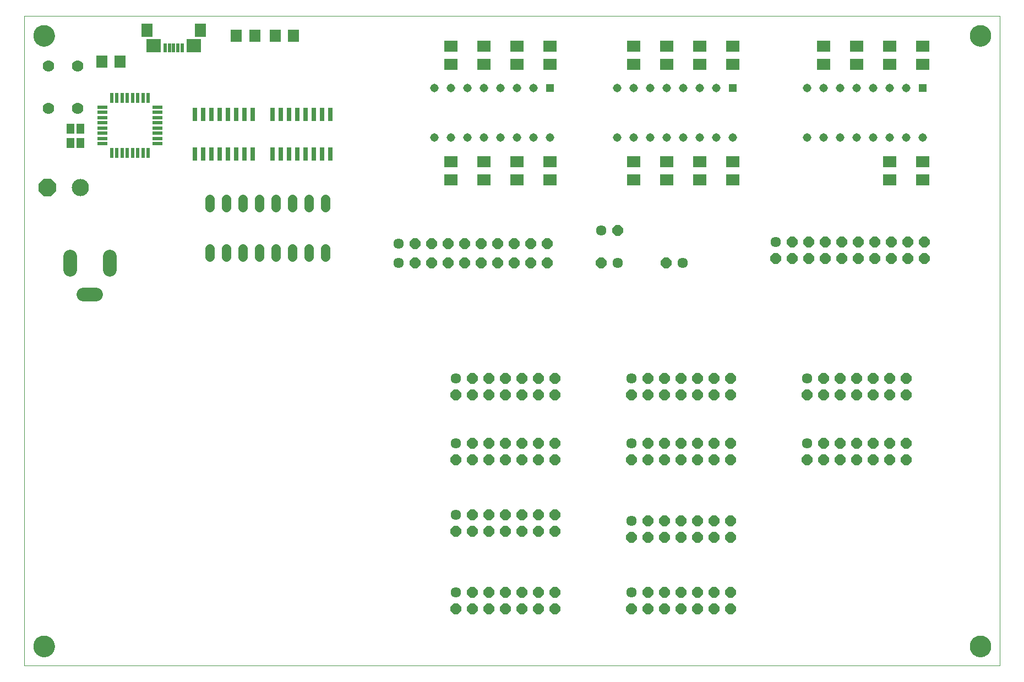
<source format=gts>
G75*
%MOIN*%
%OFA0B0*%
%FSLAX25Y25*%
%IPPOS*%
%LPD*%
%AMOC8*
5,1,8,0,0,1.08239X$1,22.5*
%
%ADD10C,0.00000*%
%ADD11C,0.12998*%
%ADD12R,0.06200X0.02400*%
%ADD13R,0.02400X0.06200*%
%ADD14R,0.08668X0.08274*%
%ADD15R,0.06699X0.07880*%
%ADD16R,0.01975X0.05715*%
%ADD17R,0.05124X0.05912*%
%ADD18C,0.05600*%
%ADD19R,0.03000X0.08400*%
%ADD20R,0.05156X0.05156*%
%ADD21C,0.05156*%
%ADD22R,0.08274X0.06699*%
%ADD23C,0.10400*%
%ADD24OC8,0.10400*%
%ADD25C,0.07000*%
%ADD26R,0.06699X0.07487*%
%ADD27C,0.08274*%
%ADD28R,0.06699X0.07498*%
%ADD29C,0.06337*%
%ADD30OC8,0.06337*%
D10*
X0003630Y0001000D02*
X0003630Y0394701D01*
X0594181Y0394701D01*
X0594181Y0001000D01*
X0003630Y0001000D01*
X0009142Y0012811D02*
X0009144Y0012969D01*
X0009150Y0013127D01*
X0009160Y0013285D01*
X0009174Y0013443D01*
X0009192Y0013600D01*
X0009213Y0013757D01*
X0009239Y0013913D01*
X0009269Y0014069D01*
X0009302Y0014224D01*
X0009340Y0014377D01*
X0009381Y0014530D01*
X0009426Y0014682D01*
X0009475Y0014833D01*
X0009528Y0014982D01*
X0009584Y0015130D01*
X0009644Y0015276D01*
X0009708Y0015421D01*
X0009776Y0015564D01*
X0009847Y0015706D01*
X0009921Y0015846D01*
X0009999Y0015983D01*
X0010081Y0016119D01*
X0010165Y0016253D01*
X0010254Y0016384D01*
X0010345Y0016513D01*
X0010440Y0016640D01*
X0010537Y0016765D01*
X0010638Y0016887D01*
X0010742Y0017006D01*
X0010849Y0017123D01*
X0010959Y0017237D01*
X0011072Y0017348D01*
X0011187Y0017457D01*
X0011305Y0017562D01*
X0011426Y0017664D01*
X0011549Y0017764D01*
X0011675Y0017860D01*
X0011803Y0017953D01*
X0011933Y0018043D01*
X0012066Y0018129D01*
X0012201Y0018213D01*
X0012337Y0018292D01*
X0012476Y0018369D01*
X0012617Y0018441D01*
X0012759Y0018511D01*
X0012903Y0018576D01*
X0013049Y0018638D01*
X0013196Y0018696D01*
X0013345Y0018751D01*
X0013495Y0018802D01*
X0013646Y0018849D01*
X0013798Y0018892D01*
X0013951Y0018931D01*
X0014106Y0018967D01*
X0014261Y0018998D01*
X0014417Y0019026D01*
X0014573Y0019050D01*
X0014730Y0019070D01*
X0014888Y0019086D01*
X0015045Y0019098D01*
X0015204Y0019106D01*
X0015362Y0019110D01*
X0015520Y0019110D01*
X0015678Y0019106D01*
X0015837Y0019098D01*
X0015994Y0019086D01*
X0016152Y0019070D01*
X0016309Y0019050D01*
X0016465Y0019026D01*
X0016621Y0018998D01*
X0016776Y0018967D01*
X0016931Y0018931D01*
X0017084Y0018892D01*
X0017236Y0018849D01*
X0017387Y0018802D01*
X0017537Y0018751D01*
X0017686Y0018696D01*
X0017833Y0018638D01*
X0017979Y0018576D01*
X0018123Y0018511D01*
X0018265Y0018441D01*
X0018406Y0018369D01*
X0018545Y0018292D01*
X0018681Y0018213D01*
X0018816Y0018129D01*
X0018949Y0018043D01*
X0019079Y0017953D01*
X0019207Y0017860D01*
X0019333Y0017764D01*
X0019456Y0017664D01*
X0019577Y0017562D01*
X0019695Y0017457D01*
X0019810Y0017348D01*
X0019923Y0017237D01*
X0020033Y0017123D01*
X0020140Y0017006D01*
X0020244Y0016887D01*
X0020345Y0016765D01*
X0020442Y0016640D01*
X0020537Y0016513D01*
X0020628Y0016384D01*
X0020717Y0016253D01*
X0020801Y0016119D01*
X0020883Y0015983D01*
X0020961Y0015846D01*
X0021035Y0015706D01*
X0021106Y0015564D01*
X0021174Y0015421D01*
X0021238Y0015276D01*
X0021298Y0015130D01*
X0021354Y0014982D01*
X0021407Y0014833D01*
X0021456Y0014682D01*
X0021501Y0014530D01*
X0021542Y0014377D01*
X0021580Y0014224D01*
X0021613Y0014069D01*
X0021643Y0013913D01*
X0021669Y0013757D01*
X0021690Y0013600D01*
X0021708Y0013443D01*
X0021722Y0013285D01*
X0021732Y0013127D01*
X0021738Y0012969D01*
X0021740Y0012811D01*
X0021738Y0012653D01*
X0021732Y0012495D01*
X0021722Y0012337D01*
X0021708Y0012179D01*
X0021690Y0012022D01*
X0021669Y0011865D01*
X0021643Y0011709D01*
X0021613Y0011553D01*
X0021580Y0011398D01*
X0021542Y0011245D01*
X0021501Y0011092D01*
X0021456Y0010940D01*
X0021407Y0010789D01*
X0021354Y0010640D01*
X0021298Y0010492D01*
X0021238Y0010346D01*
X0021174Y0010201D01*
X0021106Y0010058D01*
X0021035Y0009916D01*
X0020961Y0009776D01*
X0020883Y0009639D01*
X0020801Y0009503D01*
X0020717Y0009369D01*
X0020628Y0009238D01*
X0020537Y0009109D01*
X0020442Y0008982D01*
X0020345Y0008857D01*
X0020244Y0008735D01*
X0020140Y0008616D01*
X0020033Y0008499D01*
X0019923Y0008385D01*
X0019810Y0008274D01*
X0019695Y0008165D01*
X0019577Y0008060D01*
X0019456Y0007958D01*
X0019333Y0007858D01*
X0019207Y0007762D01*
X0019079Y0007669D01*
X0018949Y0007579D01*
X0018816Y0007493D01*
X0018681Y0007409D01*
X0018545Y0007330D01*
X0018406Y0007253D01*
X0018265Y0007181D01*
X0018123Y0007111D01*
X0017979Y0007046D01*
X0017833Y0006984D01*
X0017686Y0006926D01*
X0017537Y0006871D01*
X0017387Y0006820D01*
X0017236Y0006773D01*
X0017084Y0006730D01*
X0016931Y0006691D01*
X0016776Y0006655D01*
X0016621Y0006624D01*
X0016465Y0006596D01*
X0016309Y0006572D01*
X0016152Y0006552D01*
X0015994Y0006536D01*
X0015837Y0006524D01*
X0015678Y0006516D01*
X0015520Y0006512D01*
X0015362Y0006512D01*
X0015204Y0006516D01*
X0015045Y0006524D01*
X0014888Y0006536D01*
X0014730Y0006552D01*
X0014573Y0006572D01*
X0014417Y0006596D01*
X0014261Y0006624D01*
X0014106Y0006655D01*
X0013951Y0006691D01*
X0013798Y0006730D01*
X0013646Y0006773D01*
X0013495Y0006820D01*
X0013345Y0006871D01*
X0013196Y0006926D01*
X0013049Y0006984D01*
X0012903Y0007046D01*
X0012759Y0007111D01*
X0012617Y0007181D01*
X0012476Y0007253D01*
X0012337Y0007330D01*
X0012201Y0007409D01*
X0012066Y0007493D01*
X0011933Y0007579D01*
X0011803Y0007669D01*
X0011675Y0007762D01*
X0011549Y0007858D01*
X0011426Y0007958D01*
X0011305Y0008060D01*
X0011187Y0008165D01*
X0011072Y0008274D01*
X0010959Y0008385D01*
X0010849Y0008499D01*
X0010742Y0008616D01*
X0010638Y0008735D01*
X0010537Y0008857D01*
X0010440Y0008982D01*
X0010345Y0009109D01*
X0010254Y0009238D01*
X0010165Y0009369D01*
X0010081Y0009503D01*
X0009999Y0009639D01*
X0009921Y0009776D01*
X0009847Y0009916D01*
X0009776Y0010058D01*
X0009708Y0010201D01*
X0009644Y0010346D01*
X0009584Y0010492D01*
X0009528Y0010640D01*
X0009475Y0010789D01*
X0009426Y0010940D01*
X0009381Y0011092D01*
X0009340Y0011245D01*
X0009302Y0011398D01*
X0009269Y0011553D01*
X0009239Y0011709D01*
X0009213Y0011865D01*
X0009192Y0012022D01*
X0009174Y0012179D01*
X0009160Y0012337D01*
X0009150Y0012495D01*
X0009144Y0012653D01*
X0009142Y0012811D01*
X0009142Y0382890D02*
X0009144Y0383048D01*
X0009150Y0383206D01*
X0009160Y0383364D01*
X0009174Y0383522D01*
X0009192Y0383679D01*
X0009213Y0383836D01*
X0009239Y0383992D01*
X0009269Y0384148D01*
X0009302Y0384303D01*
X0009340Y0384456D01*
X0009381Y0384609D01*
X0009426Y0384761D01*
X0009475Y0384912D01*
X0009528Y0385061D01*
X0009584Y0385209D01*
X0009644Y0385355D01*
X0009708Y0385500D01*
X0009776Y0385643D01*
X0009847Y0385785D01*
X0009921Y0385925D01*
X0009999Y0386062D01*
X0010081Y0386198D01*
X0010165Y0386332D01*
X0010254Y0386463D01*
X0010345Y0386592D01*
X0010440Y0386719D01*
X0010537Y0386844D01*
X0010638Y0386966D01*
X0010742Y0387085D01*
X0010849Y0387202D01*
X0010959Y0387316D01*
X0011072Y0387427D01*
X0011187Y0387536D01*
X0011305Y0387641D01*
X0011426Y0387743D01*
X0011549Y0387843D01*
X0011675Y0387939D01*
X0011803Y0388032D01*
X0011933Y0388122D01*
X0012066Y0388208D01*
X0012201Y0388292D01*
X0012337Y0388371D01*
X0012476Y0388448D01*
X0012617Y0388520D01*
X0012759Y0388590D01*
X0012903Y0388655D01*
X0013049Y0388717D01*
X0013196Y0388775D01*
X0013345Y0388830D01*
X0013495Y0388881D01*
X0013646Y0388928D01*
X0013798Y0388971D01*
X0013951Y0389010D01*
X0014106Y0389046D01*
X0014261Y0389077D01*
X0014417Y0389105D01*
X0014573Y0389129D01*
X0014730Y0389149D01*
X0014888Y0389165D01*
X0015045Y0389177D01*
X0015204Y0389185D01*
X0015362Y0389189D01*
X0015520Y0389189D01*
X0015678Y0389185D01*
X0015837Y0389177D01*
X0015994Y0389165D01*
X0016152Y0389149D01*
X0016309Y0389129D01*
X0016465Y0389105D01*
X0016621Y0389077D01*
X0016776Y0389046D01*
X0016931Y0389010D01*
X0017084Y0388971D01*
X0017236Y0388928D01*
X0017387Y0388881D01*
X0017537Y0388830D01*
X0017686Y0388775D01*
X0017833Y0388717D01*
X0017979Y0388655D01*
X0018123Y0388590D01*
X0018265Y0388520D01*
X0018406Y0388448D01*
X0018545Y0388371D01*
X0018681Y0388292D01*
X0018816Y0388208D01*
X0018949Y0388122D01*
X0019079Y0388032D01*
X0019207Y0387939D01*
X0019333Y0387843D01*
X0019456Y0387743D01*
X0019577Y0387641D01*
X0019695Y0387536D01*
X0019810Y0387427D01*
X0019923Y0387316D01*
X0020033Y0387202D01*
X0020140Y0387085D01*
X0020244Y0386966D01*
X0020345Y0386844D01*
X0020442Y0386719D01*
X0020537Y0386592D01*
X0020628Y0386463D01*
X0020717Y0386332D01*
X0020801Y0386198D01*
X0020883Y0386062D01*
X0020961Y0385925D01*
X0021035Y0385785D01*
X0021106Y0385643D01*
X0021174Y0385500D01*
X0021238Y0385355D01*
X0021298Y0385209D01*
X0021354Y0385061D01*
X0021407Y0384912D01*
X0021456Y0384761D01*
X0021501Y0384609D01*
X0021542Y0384456D01*
X0021580Y0384303D01*
X0021613Y0384148D01*
X0021643Y0383992D01*
X0021669Y0383836D01*
X0021690Y0383679D01*
X0021708Y0383522D01*
X0021722Y0383364D01*
X0021732Y0383206D01*
X0021738Y0383048D01*
X0021740Y0382890D01*
X0021738Y0382732D01*
X0021732Y0382574D01*
X0021722Y0382416D01*
X0021708Y0382258D01*
X0021690Y0382101D01*
X0021669Y0381944D01*
X0021643Y0381788D01*
X0021613Y0381632D01*
X0021580Y0381477D01*
X0021542Y0381324D01*
X0021501Y0381171D01*
X0021456Y0381019D01*
X0021407Y0380868D01*
X0021354Y0380719D01*
X0021298Y0380571D01*
X0021238Y0380425D01*
X0021174Y0380280D01*
X0021106Y0380137D01*
X0021035Y0379995D01*
X0020961Y0379855D01*
X0020883Y0379718D01*
X0020801Y0379582D01*
X0020717Y0379448D01*
X0020628Y0379317D01*
X0020537Y0379188D01*
X0020442Y0379061D01*
X0020345Y0378936D01*
X0020244Y0378814D01*
X0020140Y0378695D01*
X0020033Y0378578D01*
X0019923Y0378464D01*
X0019810Y0378353D01*
X0019695Y0378244D01*
X0019577Y0378139D01*
X0019456Y0378037D01*
X0019333Y0377937D01*
X0019207Y0377841D01*
X0019079Y0377748D01*
X0018949Y0377658D01*
X0018816Y0377572D01*
X0018681Y0377488D01*
X0018545Y0377409D01*
X0018406Y0377332D01*
X0018265Y0377260D01*
X0018123Y0377190D01*
X0017979Y0377125D01*
X0017833Y0377063D01*
X0017686Y0377005D01*
X0017537Y0376950D01*
X0017387Y0376899D01*
X0017236Y0376852D01*
X0017084Y0376809D01*
X0016931Y0376770D01*
X0016776Y0376734D01*
X0016621Y0376703D01*
X0016465Y0376675D01*
X0016309Y0376651D01*
X0016152Y0376631D01*
X0015994Y0376615D01*
X0015837Y0376603D01*
X0015678Y0376595D01*
X0015520Y0376591D01*
X0015362Y0376591D01*
X0015204Y0376595D01*
X0015045Y0376603D01*
X0014888Y0376615D01*
X0014730Y0376631D01*
X0014573Y0376651D01*
X0014417Y0376675D01*
X0014261Y0376703D01*
X0014106Y0376734D01*
X0013951Y0376770D01*
X0013798Y0376809D01*
X0013646Y0376852D01*
X0013495Y0376899D01*
X0013345Y0376950D01*
X0013196Y0377005D01*
X0013049Y0377063D01*
X0012903Y0377125D01*
X0012759Y0377190D01*
X0012617Y0377260D01*
X0012476Y0377332D01*
X0012337Y0377409D01*
X0012201Y0377488D01*
X0012066Y0377572D01*
X0011933Y0377658D01*
X0011803Y0377748D01*
X0011675Y0377841D01*
X0011549Y0377937D01*
X0011426Y0378037D01*
X0011305Y0378139D01*
X0011187Y0378244D01*
X0011072Y0378353D01*
X0010959Y0378464D01*
X0010849Y0378578D01*
X0010742Y0378695D01*
X0010638Y0378814D01*
X0010537Y0378936D01*
X0010440Y0379061D01*
X0010345Y0379188D01*
X0010254Y0379317D01*
X0010165Y0379448D01*
X0010081Y0379582D01*
X0009999Y0379718D01*
X0009921Y0379855D01*
X0009847Y0379995D01*
X0009776Y0380137D01*
X0009708Y0380280D01*
X0009644Y0380425D01*
X0009584Y0380571D01*
X0009528Y0380719D01*
X0009475Y0380868D01*
X0009426Y0381019D01*
X0009381Y0381171D01*
X0009340Y0381324D01*
X0009302Y0381477D01*
X0009269Y0381632D01*
X0009239Y0381788D01*
X0009213Y0381944D01*
X0009192Y0382101D01*
X0009174Y0382258D01*
X0009160Y0382416D01*
X0009150Y0382574D01*
X0009144Y0382732D01*
X0009142Y0382890D01*
X0576071Y0382890D02*
X0576073Y0383048D01*
X0576079Y0383206D01*
X0576089Y0383364D01*
X0576103Y0383522D01*
X0576121Y0383679D01*
X0576142Y0383836D01*
X0576168Y0383992D01*
X0576198Y0384148D01*
X0576231Y0384303D01*
X0576269Y0384456D01*
X0576310Y0384609D01*
X0576355Y0384761D01*
X0576404Y0384912D01*
X0576457Y0385061D01*
X0576513Y0385209D01*
X0576573Y0385355D01*
X0576637Y0385500D01*
X0576705Y0385643D01*
X0576776Y0385785D01*
X0576850Y0385925D01*
X0576928Y0386062D01*
X0577010Y0386198D01*
X0577094Y0386332D01*
X0577183Y0386463D01*
X0577274Y0386592D01*
X0577369Y0386719D01*
X0577466Y0386844D01*
X0577567Y0386966D01*
X0577671Y0387085D01*
X0577778Y0387202D01*
X0577888Y0387316D01*
X0578001Y0387427D01*
X0578116Y0387536D01*
X0578234Y0387641D01*
X0578355Y0387743D01*
X0578478Y0387843D01*
X0578604Y0387939D01*
X0578732Y0388032D01*
X0578862Y0388122D01*
X0578995Y0388208D01*
X0579130Y0388292D01*
X0579266Y0388371D01*
X0579405Y0388448D01*
X0579546Y0388520D01*
X0579688Y0388590D01*
X0579832Y0388655D01*
X0579978Y0388717D01*
X0580125Y0388775D01*
X0580274Y0388830D01*
X0580424Y0388881D01*
X0580575Y0388928D01*
X0580727Y0388971D01*
X0580880Y0389010D01*
X0581035Y0389046D01*
X0581190Y0389077D01*
X0581346Y0389105D01*
X0581502Y0389129D01*
X0581659Y0389149D01*
X0581817Y0389165D01*
X0581974Y0389177D01*
X0582133Y0389185D01*
X0582291Y0389189D01*
X0582449Y0389189D01*
X0582607Y0389185D01*
X0582766Y0389177D01*
X0582923Y0389165D01*
X0583081Y0389149D01*
X0583238Y0389129D01*
X0583394Y0389105D01*
X0583550Y0389077D01*
X0583705Y0389046D01*
X0583860Y0389010D01*
X0584013Y0388971D01*
X0584165Y0388928D01*
X0584316Y0388881D01*
X0584466Y0388830D01*
X0584615Y0388775D01*
X0584762Y0388717D01*
X0584908Y0388655D01*
X0585052Y0388590D01*
X0585194Y0388520D01*
X0585335Y0388448D01*
X0585474Y0388371D01*
X0585610Y0388292D01*
X0585745Y0388208D01*
X0585878Y0388122D01*
X0586008Y0388032D01*
X0586136Y0387939D01*
X0586262Y0387843D01*
X0586385Y0387743D01*
X0586506Y0387641D01*
X0586624Y0387536D01*
X0586739Y0387427D01*
X0586852Y0387316D01*
X0586962Y0387202D01*
X0587069Y0387085D01*
X0587173Y0386966D01*
X0587274Y0386844D01*
X0587371Y0386719D01*
X0587466Y0386592D01*
X0587557Y0386463D01*
X0587646Y0386332D01*
X0587730Y0386198D01*
X0587812Y0386062D01*
X0587890Y0385925D01*
X0587964Y0385785D01*
X0588035Y0385643D01*
X0588103Y0385500D01*
X0588167Y0385355D01*
X0588227Y0385209D01*
X0588283Y0385061D01*
X0588336Y0384912D01*
X0588385Y0384761D01*
X0588430Y0384609D01*
X0588471Y0384456D01*
X0588509Y0384303D01*
X0588542Y0384148D01*
X0588572Y0383992D01*
X0588598Y0383836D01*
X0588619Y0383679D01*
X0588637Y0383522D01*
X0588651Y0383364D01*
X0588661Y0383206D01*
X0588667Y0383048D01*
X0588669Y0382890D01*
X0588667Y0382732D01*
X0588661Y0382574D01*
X0588651Y0382416D01*
X0588637Y0382258D01*
X0588619Y0382101D01*
X0588598Y0381944D01*
X0588572Y0381788D01*
X0588542Y0381632D01*
X0588509Y0381477D01*
X0588471Y0381324D01*
X0588430Y0381171D01*
X0588385Y0381019D01*
X0588336Y0380868D01*
X0588283Y0380719D01*
X0588227Y0380571D01*
X0588167Y0380425D01*
X0588103Y0380280D01*
X0588035Y0380137D01*
X0587964Y0379995D01*
X0587890Y0379855D01*
X0587812Y0379718D01*
X0587730Y0379582D01*
X0587646Y0379448D01*
X0587557Y0379317D01*
X0587466Y0379188D01*
X0587371Y0379061D01*
X0587274Y0378936D01*
X0587173Y0378814D01*
X0587069Y0378695D01*
X0586962Y0378578D01*
X0586852Y0378464D01*
X0586739Y0378353D01*
X0586624Y0378244D01*
X0586506Y0378139D01*
X0586385Y0378037D01*
X0586262Y0377937D01*
X0586136Y0377841D01*
X0586008Y0377748D01*
X0585878Y0377658D01*
X0585745Y0377572D01*
X0585610Y0377488D01*
X0585474Y0377409D01*
X0585335Y0377332D01*
X0585194Y0377260D01*
X0585052Y0377190D01*
X0584908Y0377125D01*
X0584762Y0377063D01*
X0584615Y0377005D01*
X0584466Y0376950D01*
X0584316Y0376899D01*
X0584165Y0376852D01*
X0584013Y0376809D01*
X0583860Y0376770D01*
X0583705Y0376734D01*
X0583550Y0376703D01*
X0583394Y0376675D01*
X0583238Y0376651D01*
X0583081Y0376631D01*
X0582923Y0376615D01*
X0582766Y0376603D01*
X0582607Y0376595D01*
X0582449Y0376591D01*
X0582291Y0376591D01*
X0582133Y0376595D01*
X0581974Y0376603D01*
X0581817Y0376615D01*
X0581659Y0376631D01*
X0581502Y0376651D01*
X0581346Y0376675D01*
X0581190Y0376703D01*
X0581035Y0376734D01*
X0580880Y0376770D01*
X0580727Y0376809D01*
X0580575Y0376852D01*
X0580424Y0376899D01*
X0580274Y0376950D01*
X0580125Y0377005D01*
X0579978Y0377063D01*
X0579832Y0377125D01*
X0579688Y0377190D01*
X0579546Y0377260D01*
X0579405Y0377332D01*
X0579266Y0377409D01*
X0579130Y0377488D01*
X0578995Y0377572D01*
X0578862Y0377658D01*
X0578732Y0377748D01*
X0578604Y0377841D01*
X0578478Y0377937D01*
X0578355Y0378037D01*
X0578234Y0378139D01*
X0578116Y0378244D01*
X0578001Y0378353D01*
X0577888Y0378464D01*
X0577778Y0378578D01*
X0577671Y0378695D01*
X0577567Y0378814D01*
X0577466Y0378936D01*
X0577369Y0379061D01*
X0577274Y0379188D01*
X0577183Y0379317D01*
X0577094Y0379448D01*
X0577010Y0379582D01*
X0576928Y0379718D01*
X0576850Y0379855D01*
X0576776Y0379995D01*
X0576705Y0380137D01*
X0576637Y0380280D01*
X0576573Y0380425D01*
X0576513Y0380571D01*
X0576457Y0380719D01*
X0576404Y0380868D01*
X0576355Y0381019D01*
X0576310Y0381171D01*
X0576269Y0381324D01*
X0576231Y0381477D01*
X0576198Y0381632D01*
X0576168Y0381788D01*
X0576142Y0381944D01*
X0576121Y0382101D01*
X0576103Y0382258D01*
X0576089Y0382416D01*
X0576079Y0382574D01*
X0576073Y0382732D01*
X0576071Y0382890D01*
X0576071Y0012811D02*
X0576073Y0012969D01*
X0576079Y0013127D01*
X0576089Y0013285D01*
X0576103Y0013443D01*
X0576121Y0013600D01*
X0576142Y0013757D01*
X0576168Y0013913D01*
X0576198Y0014069D01*
X0576231Y0014224D01*
X0576269Y0014377D01*
X0576310Y0014530D01*
X0576355Y0014682D01*
X0576404Y0014833D01*
X0576457Y0014982D01*
X0576513Y0015130D01*
X0576573Y0015276D01*
X0576637Y0015421D01*
X0576705Y0015564D01*
X0576776Y0015706D01*
X0576850Y0015846D01*
X0576928Y0015983D01*
X0577010Y0016119D01*
X0577094Y0016253D01*
X0577183Y0016384D01*
X0577274Y0016513D01*
X0577369Y0016640D01*
X0577466Y0016765D01*
X0577567Y0016887D01*
X0577671Y0017006D01*
X0577778Y0017123D01*
X0577888Y0017237D01*
X0578001Y0017348D01*
X0578116Y0017457D01*
X0578234Y0017562D01*
X0578355Y0017664D01*
X0578478Y0017764D01*
X0578604Y0017860D01*
X0578732Y0017953D01*
X0578862Y0018043D01*
X0578995Y0018129D01*
X0579130Y0018213D01*
X0579266Y0018292D01*
X0579405Y0018369D01*
X0579546Y0018441D01*
X0579688Y0018511D01*
X0579832Y0018576D01*
X0579978Y0018638D01*
X0580125Y0018696D01*
X0580274Y0018751D01*
X0580424Y0018802D01*
X0580575Y0018849D01*
X0580727Y0018892D01*
X0580880Y0018931D01*
X0581035Y0018967D01*
X0581190Y0018998D01*
X0581346Y0019026D01*
X0581502Y0019050D01*
X0581659Y0019070D01*
X0581817Y0019086D01*
X0581974Y0019098D01*
X0582133Y0019106D01*
X0582291Y0019110D01*
X0582449Y0019110D01*
X0582607Y0019106D01*
X0582766Y0019098D01*
X0582923Y0019086D01*
X0583081Y0019070D01*
X0583238Y0019050D01*
X0583394Y0019026D01*
X0583550Y0018998D01*
X0583705Y0018967D01*
X0583860Y0018931D01*
X0584013Y0018892D01*
X0584165Y0018849D01*
X0584316Y0018802D01*
X0584466Y0018751D01*
X0584615Y0018696D01*
X0584762Y0018638D01*
X0584908Y0018576D01*
X0585052Y0018511D01*
X0585194Y0018441D01*
X0585335Y0018369D01*
X0585474Y0018292D01*
X0585610Y0018213D01*
X0585745Y0018129D01*
X0585878Y0018043D01*
X0586008Y0017953D01*
X0586136Y0017860D01*
X0586262Y0017764D01*
X0586385Y0017664D01*
X0586506Y0017562D01*
X0586624Y0017457D01*
X0586739Y0017348D01*
X0586852Y0017237D01*
X0586962Y0017123D01*
X0587069Y0017006D01*
X0587173Y0016887D01*
X0587274Y0016765D01*
X0587371Y0016640D01*
X0587466Y0016513D01*
X0587557Y0016384D01*
X0587646Y0016253D01*
X0587730Y0016119D01*
X0587812Y0015983D01*
X0587890Y0015846D01*
X0587964Y0015706D01*
X0588035Y0015564D01*
X0588103Y0015421D01*
X0588167Y0015276D01*
X0588227Y0015130D01*
X0588283Y0014982D01*
X0588336Y0014833D01*
X0588385Y0014682D01*
X0588430Y0014530D01*
X0588471Y0014377D01*
X0588509Y0014224D01*
X0588542Y0014069D01*
X0588572Y0013913D01*
X0588598Y0013757D01*
X0588619Y0013600D01*
X0588637Y0013443D01*
X0588651Y0013285D01*
X0588661Y0013127D01*
X0588667Y0012969D01*
X0588669Y0012811D01*
X0588667Y0012653D01*
X0588661Y0012495D01*
X0588651Y0012337D01*
X0588637Y0012179D01*
X0588619Y0012022D01*
X0588598Y0011865D01*
X0588572Y0011709D01*
X0588542Y0011553D01*
X0588509Y0011398D01*
X0588471Y0011245D01*
X0588430Y0011092D01*
X0588385Y0010940D01*
X0588336Y0010789D01*
X0588283Y0010640D01*
X0588227Y0010492D01*
X0588167Y0010346D01*
X0588103Y0010201D01*
X0588035Y0010058D01*
X0587964Y0009916D01*
X0587890Y0009776D01*
X0587812Y0009639D01*
X0587730Y0009503D01*
X0587646Y0009369D01*
X0587557Y0009238D01*
X0587466Y0009109D01*
X0587371Y0008982D01*
X0587274Y0008857D01*
X0587173Y0008735D01*
X0587069Y0008616D01*
X0586962Y0008499D01*
X0586852Y0008385D01*
X0586739Y0008274D01*
X0586624Y0008165D01*
X0586506Y0008060D01*
X0586385Y0007958D01*
X0586262Y0007858D01*
X0586136Y0007762D01*
X0586008Y0007669D01*
X0585878Y0007579D01*
X0585745Y0007493D01*
X0585610Y0007409D01*
X0585474Y0007330D01*
X0585335Y0007253D01*
X0585194Y0007181D01*
X0585052Y0007111D01*
X0584908Y0007046D01*
X0584762Y0006984D01*
X0584615Y0006926D01*
X0584466Y0006871D01*
X0584316Y0006820D01*
X0584165Y0006773D01*
X0584013Y0006730D01*
X0583860Y0006691D01*
X0583705Y0006655D01*
X0583550Y0006624D01*
X0583394Y0006596D01*
X0583238Y0006572D01*
X0583081Y0006552D01*
X0582923Y0006536D01*
X0582766Y0006524D01*
X0582607Y0006516D01*
X0582449Y0006512D01*
X0582291Y0006512D01*
X0582133Y0006516D01*
X0581974Y0006524D01*
X0581817Y0006536D01*
X0581659Y0006552D01*
X0581502Y0006572D01*
X0581346Y0006596D01*
X0581190Y0006624D01*
X0581035Y0006655D01*
X0580880Y0006691D01*
X0580727Y0006730D01*
X0580575Y0006773D01*
X0580424Y0006820D01*
X0580274Y0006871D01*
X0580125Y0006926D01*
X0579978Y0006984D01*
X0579832Y0007046D01*
X0579688Y0007111D01*
X0579546Y0007181D01*
X0579405Y0007253D01*
X0579266Y0007330D01*
X0579130Y0007409D01*
X0578995Y0007493D01*
X0578862Y0007579D01*
X0578732Y0007669D01*
X0578604Y0007762D01*
X0578478Y0007858D01*
X0578355Y0007958D01*
X0578234Y0008060D01*
X0578116Y0008165D01*
X0578001Y0008274D01*
X0577888Y0008385D01*
X0577778Y0008499D01*
X0577671Y0008616D01*
X0577567Y0008735D01*
X0577466Y0008857D01*
X0577369Y0008982D01*
X0577274Y0009109D01*
X0577183Y0009238D01*
X0577094Y0009369D01*
X0577010Y0009503D01*
X0576928Y0009639D01*
X0576850Y0009776D01*
X0576776Y0009916D01*
X0576705Y0010058D01*
X0576637Y0010201D01*
X0576573Y0010346D01*
X0576513Y0010492D01*
X0576457Y0010640D01*
X0576404Y0010789D01*
X0576355Y0010940D01*
X0576310Y0011092D01*
X0576269Y0011245D01*
X0576231Y0011398D01*
X0576198Y0011553D01*
X0576168Y0011709D01*
X0576142Y0011865D01*
X0576121Y0012022D01*
X0576103Y0012179D01*
X0576089Y0012337D01*
X0576079Y0012495D01*
X0576073Y0012653D01*
X0576071Y0012811D01*
D11*
X0582370Y0012811D03*
X0582370Y0382890D03*
X0015441Y0382890D03*
X0015441Y0012811D03*
D12*
X0050867Y0317441D03*
X0050867Y0320541D03*
X0050867Y0323741D03*
X0050867Y0326841D03*
X0050867Y0330041D03*
X0050867Y0333141D03*
X0050867Y0336341D03*
X0050867Y0339441D03*
X0084267Y0339441D03*
X0084267Y0336341D03*
X0084267Y0333141D03*
X0084267Y0330041D03*
X0084267Y0326841D03*
X0084267Y0323741D03*
X0084267Y0320541D03*
X0084267Y0317441D03*
D13*
X0078567Y0311741D03*
X0075467Y0311741D03*
X0072267Y0311741D03*
X0069167Y0311741D03*
X0065967Y0311741D03*
X0062867Y0311741D03*
X0059667Y0311741D03*
X0056567Y0311741D03*
X0056567Y0345141D03*
X0059667Y0345141D03*
X0062867Y0345141D03*
X0065967Y0345141D03*
X0069167Y0345141D03*
X0072267Y0345141D03*
X0075467Y0345141D03*
X0078567Y0345141D03*
D14*
X0081740Y0376748D03*
X0106150Y0376748D03*
D15*
X0110087Y0386000D03*
X0077803Y0386000D03*
D16*
X0088827Y0375469D03*
X0091386Y0375469D03*
X0093945Y0375469D03*
X0096504Y0375469D03*
X0099063Y0375469D03*
D17*
X0037685Y0326413D03*
X0031386Y0326413D03*
X0031386Y0317752D03*
X0037685Y0317752D03*
D18*
X0115874Y0283915D02*
X0115874Y0278715D01*
X0125874Y0278715D02*
X0125874Y0283915D01*
X0135874Y0283915D02*
X0135874Y0278715D01*
X0145874Y0278715D02*
X0145874Y0283915D01*
X0155874Y0283915D02*
X0155874Y0278715D01*
X0165874Y0278715D02*
X0165874Y0283915D01*
X0175874Y0283915D02*
X0175874Y0278715D01*
X0185874Y0278715D02*
X0185874Y0283915D01*
X0185874Y0253915D02*
X0185874Y0248715D01*
X0175874Y0248715D02*
X0175874Y0253915D01*
X0165874Y0253915D02*
X0165874Y0248715D01*
X0155874Y0248715D02*
X0155874Y0253915D01*
X0145874Y0253915D02*
X0145874Y0248715D01*
X0135874Y0248715D02*
X0135874Y0253915D01*
X0125874Y0253915D02*
X0125874Y0248715D01*
X0115874Y0248715D02*
X0115874Y0253915D01*
D19*
X0116878Y0311026D03*
X0121878Y0311026D03*
X0126878Y0311026D03*
X0131878Y0311026D03*
X0136878Y0311026D03*
X0141878Y0311026D03*
X0154004Y0311026D03*
X0159004Y0311026D03*
X0164004Y0311026D03*
X0169004Y0311026D03*
X0174004Y0311026D03*
X0179004Y0311026D03*
X0184004Y0311026D03*
X0189004Y0311026D03*
X0189004Y0335226D03*
X0184004Y0335226D03*
X0179004Y0335226D03*
X0174004Y0335226D03*
X0169004Y0335226D03*
X0164004Y0335226D03*
X0159004Y0335226D03*
X0154004Y0335226D03*
X0141878Y0335226D03*
X0136878Y0335226D03*
X0131878Y0335226D03*
X0126878Y0335226D03*
X0121878Y0335226D03*
X0116878Y0335226D03*
X0111878Y0335226D03*
X0106878Y0335226D03*
X0106878Y0311026D03*
X0111878Y0311026D03*
D20*
X0321937Y0351000D03*
X0432685Y0351000D03*
X0547370Y0351000D03*
D21*
X0537370Y0351000D03*
X0527370Y0351000D03*
X0517370Y0351000D03*
X0507370Y0351000D03*
X0497370Y0351000D03*
X0487370Y0351000D03*
X0477370Y0351000D03*
X0477370Y0321000D03*
X0487370Y0321000D03*
X0497370Y0321000D03*
X0507370Y0321000D03*
X0517370Y0321000D03*
X0527370Y0321000D03*
X0537370Y0321000D03*
X0547370Y0321000D03*
X0432685Y0321000D03*
X0422685Y0321000D03*
X0412685Y0321000D03*
X0402685Y0321000D03*
X0392685Y0321000D03*
X0382685Y0321000D03*
X0372685Y0321000D03*
X0362685Y0321000D03*
X0321937Y0321000D03*
X0311937Y0321000D03*
X0301937Y0321000D03*
X0291937Y0321000D03*
X0281937Y0321000D03*
X0271937Y0321000D03*
X0261937Y0321000D03*
X0251937Y0321000D03*
X0251937Y0351000D03*
X0261937Y0351000D03*
X0271937Y0351000D03*
X0281937Y0351000D03*
X0291937Y0351000D03*
X0301937Y0351000D03*
X0311937Y0351000D03*
X0362685Y0351000D03*
X0372685Y0351000D03*
X0382685Y0351000D03*
X0392685Y0351000D03*
X0402685Y0351000D03*
X0412685Y0351000D03*
X0422685Y0351000D03*
D22*
X0412685Y0365488D03*
X0412685Y0376512D03*
X0432685Y0376512D03*
X0432685Y0365488D03*
X0392685Y0365488D03*
X0392685Y0376512D03*
X0372685Y0376512D03*
X0372685Y0365488D03*
X0321937Y0365488D03*
X0321937Y0376512D03*
X0301937Y0376512D03*
X0301937Y0365488D03*
X0281937Y0365488D03*
X0281937Y0376512D03*
X0261937Y0376512D03*
X0261937Y0365488D03*
X0261937Y0306512D03*
X0261937Y0295488D03*
X0281937Y0295488D03*
X0281937Y0306512D03*
X0301937Y0306512D03*
X0301937Y0295488D03*
X0321937Y0295488D03*
X0321937Y0306512D03*
X0372685Y0306512D03*
X0372685Y0295488D03*
X0392685Y0295488D03*
X0392685Y0306512D03*
X0412685Y0306512D03*
X0412685Y0295488D03*
X0432685Y0295488D03*
X0432685Y0306512D03*
X0487370Y0365488D03*
X0487370Y0376512D03*
X0507370Y0376512D03*
X0507370Y0365488D03*
X0527370Y0365488D03*
X0527370Y0376512D03*
X0547370Y0376512D03*
X0547370Y0365488D03*
X0547370Y0306512D03*
X0547370Y0295488D03*
X0527370Y0295488D03*
X0527370Y0306512D03*
D23*
X0037606Y0290961D03*
D24*
X0017606Y0290961D03*
D25*
X0018052Y0338931D03*
X0035852Y0338931D03*
X0035852Y0364531D03*
X0018052Y0364531D03*
D26*
X0050480Y0367102D03*
X0061504Y0367102D03*
X0155598Y0382890D03*
X0166622Y0382890D03*
D27*
X0055205Y0249031D02*
X0055205Y0241157D01*
X0046937Y0226197D02*
X0039063Y0226197D01*
X0031189Y0241157D02*
X0031189Y0249031D01*
D28*
X0131890Y0382890D03*
X0143087Y0382890D03*
D29*
X0230283Y0256906D03*
X0230283Y0245094D03*
X0264969Y0175291D03*
X0264969Y0135921D03*
X0264969Y0092614D03*
X0264969Y0045370D03*
X0371268Y0045370D03*
X0371268Y0088677D03*
X0371268Y0135921D03*
X0371268Y0175291D03*
X0362961Y0245094D03*
X0352961Y0264780D03*
X0402331Y0245094D03*
X0458630Y0257969D03*
X0477567Y0175291D03*
X0477567Y0135921D03*
D30*
X0487567Y0135921D03*
X0497567Y0135921D03*
X0507567Y0135921D03*
X0517567Y0135921D03*
X0527567Y0135921D03*
X0537567Y0135921D03*
X0537567Y0125921D03*
X0527567Y0125921D03*
X0517567Y0125921D03*
X0507567Y0125921D03*
X0497567Y0125921D03*
X0487567Y0125921D03*
X0477567Y0125921D03*
X0431268Y0125921D03*
X0421268Y0125921D03*
X0411268Y0125921D03*
X0401268Y0125921D03*
X0391268Y0125921D03*
X0381268Y0125921D03*
X0371268Y0125921D03*
X0381268Y0135921D03*
X0391268Y0135921D03*
X0401268Y0135921D03*
X0411268Y0135921D03*
X0421268Y0135921D03*
X0431268Y0135921D03*
X0431268Y0165291D03*
X0421268Y0165291D03*
X0411268Y0165291D03*
X0401268Y0165291D03*
X0391268Y0165291D03*
X0381268Y0165291D03*
X0371268Y0165291D03*
X0381268Y0175291D03*
X0391268Y0175291D03*
X0401268Y0175291D03*
X0411268Y0175291D03*
X0421268Y0175291D03*
X0431268Y0175291D03*
X0477567Y0165291D03*
X0487567Y0165291D03*
X0497567Y0165291D03*
X0507567Y0165291D03*
X0517567Y0165291D03*
X0527567Y0165291D03*
X0537567Y0165291D03*
X0537567Y0175291D03*
X0527567Y0175291D03*
X0517567Y0175291D03*
X0507567Y0175291D03*
X0497567Y0175291D03*
X0487567Y0175291D03*
X0392331Y0245094D03*
X0362961Y0264780D03*
X0352961Y0245094D03*
X0320283Y0245094D03*
X0310283Y0245094D03*
X0300283Y0245094D03*
X0290283Y0245094D03*
X0280283Y0245094D03*
X0270283Y0245094D03*
X0260283Y0245094D03*
X0250283Y0245094D03*
X0240283Y0245094D03*
X0240283Y0256906D03*
X0250283Y0256906D03*
X0260283Y0256906D03*
X0270283Y0256906D03*
X0280283Y0256906D03*
X0290283Y0256906D03*
X0300283Y0256906D03*
X0310283Y0256906D03*
X0320283Y0256906D03*
X0324969Y0175291D03*
X0314969Y0175291D03*
X0304969Y0175291D03*
X0294969Y0175291D03*
X0284969Y0175291D03*
X0274969Y0175291D03*
X0274969Y0165291D03*
X0284969Y0165291D03*
X0294969Y0165291D03*
X0304969Y0165291D03*
X0314969Y0165291D03*
X0324969Y0165291D03*
X0324969Y0135921D03*
X0314969Y0135921D03*
X0304969Y0135921D03*
X0294969Y0135921D03*
X0284969Y0135921D03*
X0274969Y0135921D03*
X0274969Y0125921D03*
X0284969Y0125921D03*
X0294969Y0125921D03*
X0304969Y0125921D03*
X0314969Y0125921D03*
X0324969Y0125921D03*
X0324969Y0092614D03*
X0314969Y0092614D03*
X0304969Y0092614D03*
X0294969Y0092614D03*
X0284969Y0092614D03*
X0274969Y0092614D03*
X0274969Y0082614D03*
X0284969Y0082614D03*
X0294969Y0082614D03*
X0304969Y0082614D03*
X0314969Y0082614D03*
X0324969Y0082614D03*
X0371268Y0078677D03*
X0381268Y0078677D03*
X0391268Y0078677D03*
X0401268Y0078677D03*
X0411268Y0078677D03*
X0421268Y0078677D03*
X0431268Y0078677D03*
X0431268Y0088677D03*
X0421268Y0088677D03*
X0411268Y0088677D03*
X0401268Y0088677D03*
X0391268Y0088677D03*
X0381268Y0088677D03*
X0381268Y0045370D03*
X0391268Y0045370D03*
X0401268Y0045370D03*
X0411268Y0045370D03*
X0421268Y0045370D03*
X0431268Y0045370D03*
X0431268Y0035370D03*
X0421268Y0035370D03*
X0411268Y0035370D03*
X0401268Y0035370D03*
X0391268Y0035370D03*
X0381268Y0035370D03*
X0371268Y0035370D03*
X0324969Y0035370D03*
X0314969Y0035370D03*
X0304969Y0035370D03*
X0294969Y0035370D03*
X0284969Y0035370D03*
X0274969Y0035370D03*
X0264969Y0035370D03*
X0274969Y0045370D03*
X0284969Y0045370D03*
X0294969Y0045370D03*
X0304969Y0045370D03*
X0314969Y0045370D03*
X0324969Y0045370D03*
X0264969Y0082614D03*
X0264969Y0125921D03*
X0264969Y0165291D03*
X0458630Y0247969D03*
X0468630Y0247969D03*
X0468630Y0257969D03*
X0478630Y0257969D03*
X0488630Y0257969D03*
X0498630Y0257969D03*
X0508630Y0257969D03*
X0518630Y0257969D03*
X0528630Y0257969D03*
X0538630Y0257969D03*
X0548630Y0257969D03*
X0548630Y0247969D03*
X0538630Y0247969D03*
X0528630Y0247969D03*
X0518630Y0247969D03*
X0508630Y0247969D03*
X0498630Y0247969D03*
X0488630Y0247969D03*
X0478630Y0247969D03*
M02*

</source>
